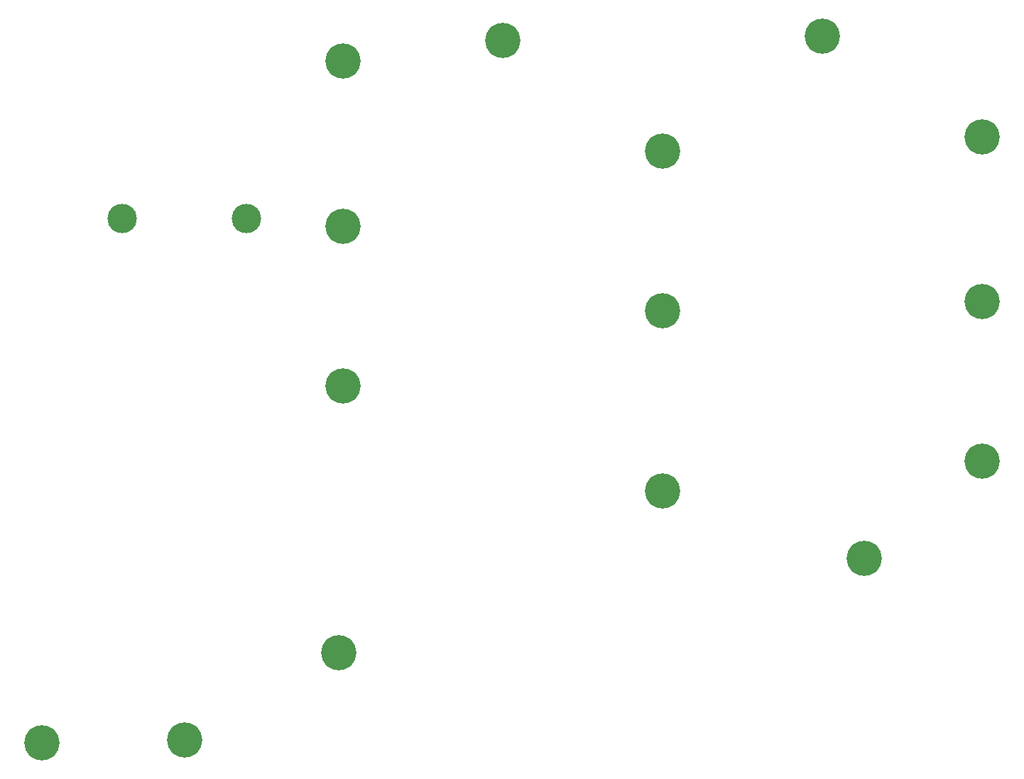
<source format=gts>
%TF.GenerationSoftware,KiCad,Pcbnew,7.0.7-2.fc38*%
%TF.CreationDate,2023-10-05T15:22:52+05:30*%
%TF.ProjectId,bottom_plate,626f7474-6f6d-45f7-906c-6174652e6b69,rev?*%
%TF.SameCoordinates,Original*%
%TF.FileFunction,Soldermask,Top*%
%TF.FilePolarity,Negative*%
%FSLAX46Y46*%
G04 Gerber Fmt 4.6, Leading zero omitted, Abs format (unit mm)*
G04 Created by KiCad (PCBNEW 7.0.7-2.fc38) date 2023-10-05 15:22:52*
%MOMM*%
%LPD*%
G01*
G04 APERTURE LIST*
%ADD10C,4.200000*%
%ADD11C,3.500000*%
G04 APERTURE END LIST*
D10*
%TO.C,H103*%
X140906339Y-83435489D03*
%TD*%
%TO.C,H102*%
X140906350Y-64385490D03*
%TD*%
%TO.C,H18*%
X45829990Y-116671093D03*
%TD*%
%TO.C,H110*%
X64706339Y-35666056D03*
%TD*%
D11*
%TO.C,H115*%
X53181889Y-54480531D03*
%TD*%
D10*
%TO.C,H108*%
X102806338Y-86959989D03*
%TD*%
%TO.C,H105*%
X126906338Y-94960499D03*
%TD*%
%TO.C,H112*%
X64706342Y-74434994D03*
%TD*%
%TO.C,H113*%
X64247990Y-106243093D03*
%TD*%
D11*
%TO.C,H116*%
X38400564Y-54480077D03*
%TD*%
D10*
%TO.C,H104*%
X121856340Y-32666056D03*
%TD*%
%TO.C,H107*%
X102806347Y-65434996D03*
%TD*%
%TO.C,H114*%
X28851834Y-117014598D03*
%TD*%
%TO.C,H101*%
X140906345Y-44666058D03*
%TD*%
%TO.C,H109*%
X83756337Y-33166058D03*
%TD*%
%TO.C,H111*%
X64706336Y-55384996D03*
%TD*%
%TO.C,H106*%
X102806346Y-46384994D03*
%TD*%
M02*

</source>
